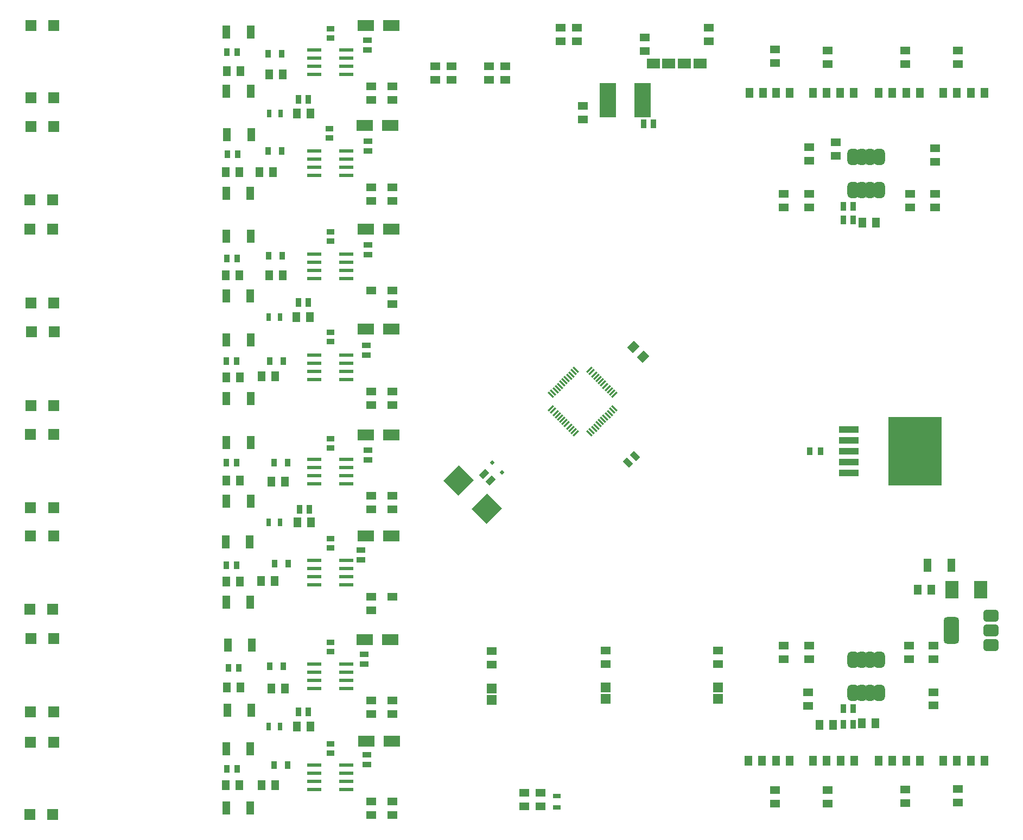
<source format=gbr>
%TF.GenerationSoftware,Altium Limited,Altium Designer,21.6.4 (81)*%
G04 Layer_Color=128*
%FSLAX43Y43*%
%MOMM*%
%TF.SameCoordinates,95A2699C-722C-4572-8EE5-7BEA9F810E30*%
%TF.FilePolarity,Positive*%
%TF.FileFunction,Paste,Bot*%
%TF.Part,Single*%
G01*
G75*
%TA.AperFunction,SMDPad,CuDef*%
%ADD10R,1.508X1.157*%
%ADD49R,1.350X0.950*%
%ADD50R,2.270X0.558*%
%ADD51R,0.950X1.350*%
%ADD53R,1.157X1.508*%
%ADD54R,1.508X1.207*%
%ADD57R,1.700X1.680*%
%ADD58R,1.250X2.000*%
%ADD59R,2.500X1.700*%
%ADD60R,1.262X0.958*%
%ADD61R,1.207X1.508*%
%ADD62R,0.900X1.200*%
%ADD63R,0.757X1.308*%
%ADD64R,0.808X1.262*%
G04:AMPARAMS|DCode=66|XSize=1.207mm|YSize=1.508mm|CornerRadius=0mm|HoleSize=0mm|Usage=FLASHONLY|Rotation=315.000|XOffset=0mm|YOffset=0mm|HoleType=Round|Shape=Rectangle|*
%AMROTATEDRECTD66*
4,1,4,-0.960,-0.107,0.107,0.960,0.960,0.107,-0.107,-0.960,-0.960,-0.107,0.0*
%
%ADD66ROTATEDRECTD66*%

G04:AMPARAMS|DCode=67|XSize=1.194mm|YSize=0.305mm|CornerRadius=0mm|HoleSize=0mm|Usage=FLASHONLY|Rotation=225.000|XOffset=0mm|YOffset=0mm|HoleType=Round|Shape=Rectangle|*
%AMROTATEDRECTD67*
4,1,4,0.314,0.530,0.530,0.314,-0.314,-0.530,-0.530,-0.314,0.314,0.530,0.0*
%
%ADD67ROTATEDRECTD67*%

G04:AMPARAMS|DCode=68|XSize=1.194mm|YSize=0.305mm|CornerRadius=0mm|HoleSize=0mm|Usage=FLASHONLY|Rotation=315.000|XOffset=0mm|YOffset=0mm|HoleType=Round|Shape=Rectangle|*
%AMROTATEDRECTD68*
4,1,4,-0.530,0.314,-0.314,0.530,0.530,-0.314,0.314,-0.530,-0.530,0.314,0.0*
%
%ADD68ROTATEDRECTD68*%

G04:AMPARAMS|DCode=70|XSize=0.95mm|YSize=1.35mm|CornerRadius=0mm|HoleSize=0mm|Usage=FLASHONLY|Rotation=315.000|XOffset=0mm|YOffset=0mm|HoleType=Round|Shape=Rectangle|*
%AMROTATEDRECTD70*
4,1,4,-0.813,-0.141,0.141,0.813,0.813,0.141,-0.141,-0.813,-0.813,-0.141,0.0*
%
%ADD70ROTATEDRECTD70*%

G04:AMPARAMS|DCode=71|XSize=0.95mm|YSize=1.35mm|CornerRadius=0mm|HoleSize=0mm|Usage=FLASHONLY|Rotation=45.000|XOffset=0mm|YOffset=0mm|HoleType=Round|Shape=Rectangle|*
%AMROTATEDRECTD71*
4,1,4,0.141,-0.813,-0.813,0.141,-0.141,0.813,0.813,-0.141,0.141,-0.813,0.0*
%
%ADD71ROTATEDRECTD71*%

%ADD72R,1.556X1.505*%
%ADD73R,1.308X0.757*%
%ADD76R,2.000X2.800*%
%ADD77R,0.807X1.308*%
%ADD78R,3.050X1.016*%
%ADD79R,8.380X10.660*%
%TA.AperFunction,NonConductor*%
%ADD84P,0.707X4X360.0*%
%TA.AperFunction,SMDPad,CuDef*%
%ADD85R,2.525X1.650*%
G04:AMPARAMS|DCode=86|XSize=1.8mm|YSize=2.6mm|CornerRadius=0.7mm|HoleSize=0mm|Usage=FLASHONLY|Rotation=180.000|XOffset=0mm|YOffset=0mm|HoleType=Round|Shape=RoundedRectangle|*
%AMROUNDEDRECTD86*
21,1,1.800,1.200,0,0,180.0*
21,1,0.400,2.600,0,0,180.0*
1,1,1.400,-0.200,0.600*
1,1,1.400,0.200,0.600*
1,1,1.400,0.200,-0.600*
1,1,1.400,-0.200,-0.600*
%
%ADD86ROUNDEDRECTD86*%
G04:AMPARAMS|DCode=87|XSize=1.6mm|YSize=2.6mm|CornerRadius=0.65mm|HoleSize=0mm|Usage=FLASHONLY|Rotation=180.000|XOffset=0mm|YOffset=0mm|HoleType=Round|Shape=RoundedRectangle|*
%AMROUNDEDRECTD87*
21,1,1.600,1.300,0,0,180.0*
21,1,0.300,2.600,0,0,180.0*
1,1,1.300,-0.150,0.650*
1,1,1.300,0.150,0.650*
1,1,1.300,0.150,-0.650*
1,1,1.300,-0.150,-0.650*
%
%ADD87ROUNDEDRECTD87*%
%ADD88R,2.000X1.500*%
G04:AMPARAMS|DCode=89|XSize=3.45mm|YSize=3.35mm|CornerRadius=0mm|HoleSize=0mm|Usage=FLASHONLY|Rotation=225.000|XOffset=0mm|YOffset=0mm|HoleType=Round|Shape=Rectangle|*
%AMROTATEDRECTD89*
4,1,4,0.035,2.404,2.404,0.035,-0.035,-2.404,-2.404,-0.035,0.035,2.404,0.0*
%
%ADD89ROTATEDRECTD89*%

G04:AMPARAMS|DCode=90|XSize=4.15mm|YSize=2.45mm|CornerRadius=0.551mm|HoleSize=0mm|Usage=FLASHONLY|Rotation=90.000|XOffset=0mm|YOffset=0mm|HoleType=Round|Shape=RoundedRectangle|*
%AMROUNDEDRECTD90*
21,1,4.150,1.349,0,0,90.0*
21,1,3.049,2.450,0,0,90.0*
1,1,1.102,0.674,1.524*
1,1,1.102,0.674,-1.524*
1,1,1.102,-0.674,-1.524*
1,1,1.102,-0.674,1.524*
%
%ADD90ROUNDEDRECTD90*%
G04:AMPARAMS|DCode=91|XSize=1.9mm|YSize=2.45mm|CornerRadius=0.55mm|HoleSize=0mm|Usage=FLASHONLY|Rotation=90.000|XOffset=0mm|YOffset=0mm|HoleType=Round|Shape=RoundedRectangle|*
%AMROUNDEDRECTD91*
21,1,1.900,1.351,0,0,90.0*
21,1,0.801,2.450,0,0,90.0*
1,1,1.099,0.676,0.401*
1,1,1.099,0.676,-0.401*
1,1,1.099,-0.676,-0.401*
1,1,1.099,-0.676,0.401*
%
%ADD91ROUNDEDRECTD91*%
D10*
X-18161Y109120D02*
D03*
Y111272D02*
D03*
X-79756Y10748D02*
D03*
Y8596D02*
D03*
X-82296Y10748D02*
D03*
Y8596D02*
D03*
D49*
X-107267Y32324D02*
D03*
Y30824D02*
D03*
X-106682Y62672D02*
D03*
Y64172D02*
D03*
X-106888Y78988D02*
D03*
Y80488D02*
D03*
X-106644Y94646D02*
D03*
Y96146D02*
D03*
X-106694Y110837D02*
D03*
Y112337D02*
D03*
X-106753Y126589D02*
D03*
Y128089D02*
D03*
X-106829Y15164D02*
D03*
Y16664D02*
D03*
X-107793Y47081D02*
D03*
Y48581D02*
D03*
D50*
X-110008Y78954D02*
D03*
Y77684D02*
D03*
Y76414D02*
D03*
Y75144D02*
D03*
X-115036D02*
D03*
Y76414D02*
D03*
Y77684D02*
D03*
Y78954D02*
D03*
Y30821D02*
D03*
Y29551D02*
D03*
Y28281D02*
D03*
Y27011D02*
D03*
X-110008D02*
D03*
Y28281D02*
D03*
Y29551D02*
D03*
Y30821D02*
D03*
X-115036Y15073D02*
D03*
Y13803D02*
D03*
Y12533D02*
D03*
Y11263D02*
D03*
X-110008D02*
D03*
Y12533D02*
D03*
Y13803D02*
D03*
Y15073D02*
D03*
X-115036Y126579D02*
D03*
Y125309D02*
D03*
Y124039D02*
D03*
Y122769D02*
D03*
X-110008D02*
D03*
Y124039D02*
D03*
Y125309D02*
D03*
Y126579D02*
D03*
X-115036Y110831D02*
D03*
Y109561D02*
D03*
Y108291D02*
D03*
Y107021D02*
D03*
X-110008D02*
D03*
Y108291D02*
D03*
Y109561D02*
D03*
Y110831D02*
D03*
X-115036Y94702D02*
D03*
Y93432D02*
D03*
Y92162D02*
D03*
Y90892D02*
D03*
X-110008D02*
D03*
Y92162D02*
D03*
Y93432D02*
D03*
Y94702D02*
D03*
X-115036Y62698D02*
D03*
Y61428D02*
D03*
Y60158D02*
D03*
Y58888D02*
D03*
X-110008D02*
D03*
Y60158D02*
D03*
Y61428D02*
D03*
Y62698D02*
D03*
X-115036Y46950D02*
D03*
Y45680D02*
D03*
Y44410D02*
D03*
Y43140D02*
D03*
X-110008D02*
D03*
Y44410D02*
D03*
Y45680D02*
D03*
Y46950D02*
D03*
D51*
X-117463Y118832D02*
D03*
X-115963D02*
D03*
X-117463Y23328D02*
D03*
X-115963D02*
D03*
X-31000Y102195D02*
D03*
X-32500D02*
D03*
X-31000Y100036D02*
D03*
X-32500D02*
D03*
X-31000Y23836D02*
D03*
X-32500D02*
D03*
X-31000Y21423D02*
D03*
X-32500D02*
D03*
X-63615Y115022D02*
D03*
X-62115D02*
D03*
X-117336Y54951D02*
D03*
X-115836D02*
D03*
X-117463Y87209D02*
D03*
X-115963D02*
D03*
D53*
X-117789Y116673D02*
D03*
X-115637D02*
D03*
Y21042D02*
D03*
X-117789D02*
D03*
X-115697Y84923D02*
D03*
X-117849D02*
D03*
X-115510Y52919D02*
D03*
X-117662D02*
D03*
D54*
X-73152Y115749D02*
D03*
Y117851D02*
D03*
X-106172Y120899D02*
D03*
Y118797D02*
D03*
X-102870Y120899D02*
D03*
Y118797D02*
D03*
X-106172Y41270D02*
D03*
Y39168D02*
D03*
X-102870Y41270D02*
D03*
X-106172Y25141D02*
D03*
Y23039D02*
D03*
X-102870Y25141D02*
D03*
Y23039D02*
D03*
X-106172Y9393D02*
D03*
Y7291D02*
D03*
X-102870Y9393D02*
D03*
Y7291D02*
D03*
X-74041Y130043D02*
D03*
Y127941D02*
D03*
X-63500Y128519D02*
D03*
Y126417D02*
D03*
X-53467Y127941D02*
D03*
Y130043D02*
D03*
X-69596Y32888D02*
D03*
Y30786D02*
D03*
X-37973Y26411D02*
D03*
Y24309D02*
D03*
X-41783Y33650D02*
D03*
Y31548D02*
D03*
X-37846Y33650D02*
D03*
Y31548D02*
D03*
X-22225Y33650D02*
D03*
Y31548D02*
D03*
X-41783Y101998D02*
D03*
Y104100D02*
D03*
X-33655Y110034D02*
D03*
Y112136D02*
D03*
X-22098Y101998D02*
D03*
Y104100D02*
D03*
X-18161Y102033D02*
D03*
Y104135D02*
D03*
X-96139Y121880D02*
D03*
Y123982D02*
D03*
X-93599Y121880D02*
D03*
Y123982D02*
D03*
X-87757Y121880D02*
D03*
Y123982D02*
D03*
X-85217Y121880D02*
D03*
Y123982D02*
D03*
X-76581Y127941D02*
D03*
Y130043D02*
D03*
X-87376Y30751D02*
D03*
Y32853D02*
D03*
X-52070Y30786D02*
D03*
Y32888D02*
D03*
X-37846Y104078D02*
D03*
Y101976D02*
D03*
Y111374D02*
D03*
Y109272D02*
D03*
X-18432Y24327D02*
D03*
Y26428D02*
D03*
X-18415Y31548D02*
D03*
Y33650D02*
D03*
X-14605Y124385D02*
D03*
Y126487D02*
D03*
X-22860Y124385D02*
D03*
Y126487D02*
D03*
X-43180Y124547D02*
D03*
Y126649D02*
D03*
X-34925Y124385D02*
D03*
Y126487D02*
D03*
X-14605Y9196D02*
D03*
Y11298D02*
D03*
X-22860Y9161D02*
D03*
Y11263D02*
D03*
X-43180Y9069D02*
D03*
Y11171D02*
D03*
X-34925Y9069D02*
D03*
Y11171D02*
D03*
X-102870Y103049D02*
D03*
Y105151D02*
D03*
X-106172Y103049D02*
D03*
Y105151D02*
D03*
X-102870Y86920D02*
D03*
Y89022D02*
D03*
X-106172D02*
D03*
X-102870Y71172D02*
D03*
Y73274D02*
D03*
X-106172Y71172D02*
D03*
Y73274D02*
D03*
X-102870Y54916D02*
D03*
Y57018D02*
D03*
X-106172Y54916D02*
D03*
Y57018D02*
D03*
D57*
X-155829Y7326D02*
D03*
X-159409D02*
D03*
X-155702Y18629D02*
D03*
X-159282D02*
D03*
X-155702Y23328D02*
D03*
X-159282D02*
D03*
X-155829Y39330D02*
D03*
X-159409D02*
D03*
X-155702Y50760D02*
D03*
X-159282D02*
D03*
X-155702Y55205D02*
D03*
X-159282D02*
D03*
X-155702Y66635D02*
D03*
X-159282D02*
D03*
X-155690Y71080D02*
D03*
X-159270D02*
D03*
X-155563Y82637D02*
D03*
X-159143D02*
D03*
X-155690Y87082D02*
D03*
X-159270D02*
D03*
X-155817Y98639D02*
D03*
X-159397D02*
D03*
X-155829Y103211D02*
D03*
X-159409D02*
D03*
X-155690Y114641D02*
D03*
X-159270D02*
D03*
X-155690Y119086D02*
D03*
X-159270D02*
D03*
X-155690Y130389D02*
D03*
X-159270D02*
D03*
X-155690Y34758D02*
D03*
X-159270D02*
D03*
D58*
X-128748Y40473D02*
D03*
X-124998D02*
D03*
X-128875Y49871D02*
D03*
X-125125D02*
D03*
X-128651Y113371D02*
D03*
X-124901D02*
D03*
X-128718Y129373D02*
D03*
X-124968D02*
D03*
X-128748Y104227D02*
D03*
X-124998D02*
D03*
X-128718Y97496D02*
D03*
X-124968D02*
D03*
X-128748Y88225D02*
D03*
X-124998D02*
D03*
X-128718Y72223D02*
D03*
X-124968D02*
D03*
X-128718Y81367D02*
D03*
X-124968D02*
D03*
X-128718Y56221D02*
D03*
X-124968D02*
D03*
X-128718Y65365D02*
D03*
X-124968D02*
D03*
X-128621Y23582D02*
D03*
X-124871D02*
D03*
X-128748Y17613D02*
D03*
X-124998D02*
D03*
X-15651Y46188D02*
D03*
X-19401D02*
D03*
X-124744Y33742D02*
D03*
X-128494D02*
D03*
X-124998Y8342D02*
D03*
X-128748D02*
D03*
X-124968Y120102D02*
D03*
X-128718D02*
D03*
D59*
X-102902Y18756D02*
D03*
X-106902D02*
D03*
X-103156Y34631D02*
D03*
X-107156D02*
D03*
X-103029Y50760D02*
D03*
X-107029D02*
D03*
X-103029Y66508D02*
D03*
X-107029D02*
D03*
X-103029Y83018D02*
D03*
X-107029D02*
D03*
X-103029Y98639D02*
D03*
X-107029D02*
D03*
X-103156Y114768D02*
D03*
X-107156D02*
D03*
X-103029Y130389D02*
D03*
X-107029D02*
D03*
D60*
X-112522Y128392D02*
D03*
Y129846D02*
D03*
X-112649Y112863D02*
D03*
Y114317D02*
D03*
X-112522Y96734D02*
D03*
Y98188D02*
D03*
Y81113D02*
D03*
Y82567D02*
D03*
Y64511D02*
D03*
Y65965D02*
D03*
Y48890D02*
D03*
Y50344D02*
D03*
Y16886D02*
D03*
Y18340D02*
D03*
Y34180D02*
D03*
Y32726D02*
D03*
D61*
X-121123Y11898D02*
D03*
X-123225D02*
D03*
X-119599Y27011D02*
D03*
X-121701D02*
D03*
X-119599Y59269D02*
D03*
X-121701D02*
D03*
X-121123Y75652D02*
D03*
X-123225D02*
D03*
X-119980Y91400D02*
D03*
X-122082D02*
D03*
X-119980Y122769D02*
D03*
X-122082D02*
D03*
X-126584Y123277D02*
D03*
X-128686D02*
D03*
X-121250Y43775D02*
D03*
X-123352D02*
D03*
X-45177Y15708D02*
D03*
X-47279D02*
D03*
X-40859D02*
D03*
X-42961D02*
D03*
X-30826D02*
D03*
X-32928D02*
D03*
X-24857D02*
D03*
X-26959D02*
D03*
X-20539D02*
D03*
X-22641D02*
D03*
X-10506D02*
D03*
X-12608D02*
D03*
X-29626Y21550D02*
D03*
X-27524D02*
D03*
X-36230Y21296D02*
D03*
X-34128D02*
D03*
X-29499Y99655D02*
D03*
X-27397D02*
D03*
X-12608Y119848D02*
D03*
X-10506D02*
D03*
X-16926D02*
D03*
X-14824D02*
D03*
X-20574D02*
D03*
X-22676D02*
D03*
X-26959D02*
D03*
X-24857D02*
D03*
X-32963D02*
D03*
X-30861D02*
D03*
X-37246D02*
D03*
X-35144D02*
D03*
X-40894D02*
D03*
X-42996D02*
D03*
X-47152D02*
D03*
X-45050D02*
D03*
X-35144Y15708D02*
D03*
X-37246D02*
D03*
X-14824D02*
D03*
X-16926D02*
D03*
X-20863Y42378D02*
D03*
X-18761D02*
D03*
X-123606Y107529D02*
D03*
X-121504D02*
D03*
X-128686Y27138D02*
D03*
X-126584D02*
D03*
X-128848Y107529D02*
D03*
X-126746D02*
D03*
X-128813Y11898D02*
D03*
X-126711D02*
D03*
X-128721Y43648D02*
D03*
X-126619D02*
D03*
X-128721Y59396D02*
D03*
X-126619D02*
D03*
X-128813Y91400D02*
D03*
X-126711D02*
D03*
X-128721Y75525D02*
D03*
X-126619D02*
D03*
D62*
X-121319Y15073D02*
D03*
X-119219D02*
D03*
X-121954Y30440D02*
D03*
X-119854D02*
D03*
X-121192Y46442D02*
D03*
X-119092D02*
D03*
X-121319Y62190D02*
D03*
X-119219D02*
D03*
X-121954Y78065D02*
D03*
X-119854D02*
D03*
X-122115Y94448D02*
D03*
X-120015D02*
D03*
X-122208Y110831D02*
D03*
X-120108D02*
D03*
Y125944D02*
D03*
X-122208D02*
D03*
D63*
X-122161Y21042D02*
D03*
X-120409D02*
D03*
X-122161Y52919D02*
D03*
X-120409D02*
D03*
X-122161Y84923D02*
D03*
X-120409D02*
D03*
X-122034Y116673D02*
D03*
X-120282D02*
D03*
D64*
X-128691Y126198D02*
D03*
X-127087D02*
D03*
X-128604Y110323D02*
D03*
X-127000D02*
D03*
X-128691Y94067D02*
D03*
X-127087D02*
D03*
X-128731Y78065D02*
D03*
X-127127D02*
D03*
X-128731Y62190D02*
D03*
X-127127D02*
D03*
X-128691Y14438D02*
D03*
X-127087D02*
D03*
X-126833Y30186D02*
D03*
X-128437D02*
D03*
X-127127Y46188D02*
D03*
X-128731D02*
D03*
D66*
X-63773Y78719D02*
D03*
X-65259Y80205D02*
D03*
D67*
X-68202Y72776D02*
D03*
X-68556Y73129D02*
D03*
X-68909Y73483D02*
D03*
X-69263Y73836D02*
D03*
X-69616Y74190D02*
D03*
X-69970Y74543D02*
D03*
X-70324Y74897D02*
D03*
X-70677Y75251D02*
D03*
X-71031Y75604D02*
D03*
X-71384Y75958D02*
D03*
X-71738Y76311D02*
D03*
X-72091Y76665D02*
D03*
X-78102Y70654D02*
D03*
X-77748Y70301D02*
D03*
X-77395Y69947D02*
D03*
X-77041Y69594D02*
D03*
X-76688Y69240D02*
D03*
X-76334Y68887D02*
D03*
X-75980Y68533D02*
D03*
X-75627Y68179D02*
D03*
X-75273Y67826D02*
D03*
X-74920Y67472D02*
D03*
X-74566Y67119D02*
D03*
X-74213Y66765D02*
D03*
D68*
Y76665D02*
D03*
X-74566Y76311D02*
D03*
X-74920Y75958D02*
D03*
X-75273Y75604D02*
D03*
X-75627Y75251D02*
D03*
X-75980Y74897D02*
D03*
X-76334Y74543D02*
D03*
X-76688Y74190D02*
D03*
X-77041Y73836D02*
D03*
X-77395Y73483D02*
D03*
X-77748Y73129D02*
D03*
X-78102Y72776D02*
D03*
X-72091Y66765D02*
D03*
X-71738Y67119D02*
D03*
X-71384Y67472D02*
D03*
X-71031Y67826D02*
D03*
X-70677Y68179D02*
D03*
X-70324Y68533D02*
D03*
X-69970Y68887D02*
D03*
X-69616Y69240D02*
D03*
X-69263Y69594D02*
D03*
X-68909Y69947D02*
D03*
X-68556Y70301D02*
D03*
X-68202Y70654D02*
D03*
D70*
X-88541Y60434D02*
D03*
X-87481Y59374D02*
D03*
D71*
X-65002Y63228D02*
D03*
X-66062Y62168D02*
D03*
D72*
X-52070Y27150D02*
D03*
Y25348D02*
D03*
X-87376Y27023D02*
D03*
Y25221D02*
D03*
X-69596Y27150D02*
D03*
Y25348D02*
D03*
D73*
X-77216Y8469D02*
D03*
Y10221D02*
D03*
D76*
X-15585Y42378D02*
D03*
X-11085D02*
D03*
D77*
X-37719Y63968D02*
D03*
X-36017D02*
D03*
D78*
X-31641Y67372D02*
D03*
Y65670D02*
D03*
Y63968D02*
D03*
Y62266D02*
D03*
Y60564D02*
D03*
D79*
X-21336Y63968D02*
D03*
D84*
X-87265Y62205D02*
D03*
X-85710Y60650D02*
D03*
D85*
X-63836Y116800D02*
D03*
Y118070D02*
D03*
Y119340D02*
D03*
Y120610D02*
D03*
X-69260D02*
D03*
Y119340D02*
D03*
Y118070D02*
D03*
Y116800D02*
D03*
D86*
X-30981Y109875D02*
D03*
X-26931D02*
D03*
X-30981Y104675D02*
D03*
X-26931D02*
D03*
Y26316D02*
D03*
X-30981D02*
D03*
X-26931Y31516D02*
D03*
X-30981D02*
D03*
D87*
X-29591Y109875D02*
D03*
X-28321D02*
D03*
X-29591Y104675D02*
D03*
X-28321D02*
D03*
Y26316D02*
D03*
X-29591D02*
D03*
X-28321Y31516D02*
D03*
X-29591D02*
D03*
D88*
X-59760Y124420D02*
D03*
X-62160D02*
D03*
X-57264D02*
D03*
X-54864D02*
D03*
D89*
X-88105Y55045D02*
D03*
X-92489Y59429D02*
D03*
D90*
X-15648Y36028D02*
D03*
D91*
X-9498Y33728D02*
D03*
Y36028D02*
D03*
Y38328D02*
D03*
%TF.MD5,83d9b916564f09d8b05f55e0cf6e11f3*%
M02*

</source>
